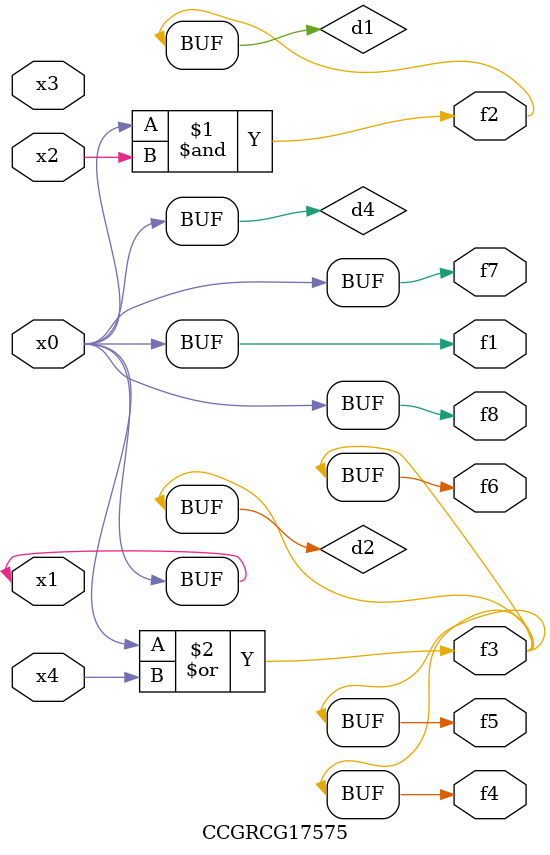
<source format=v>
module CCGRCG17575(
	input x0, x1, x2, x3, x4,
	output f1, f2, f3, f4, f5, f6, f7, f8
);

	wire d1, d2, d3, d4;

	and (d1, x0, x2);
	or (d2, x0, x4);
	nand (d3, x0, x2);
	buf (d4, x0, x1);
	assign f1 = d4;
	assign f2 = d1;
	assign f3 = d2;
	assign f4 = d2;
	assign f5 = d2;
	assign f6 = d2;
	assign f7 = d4;
	assign f8 = d4;
endmodule

</source>
